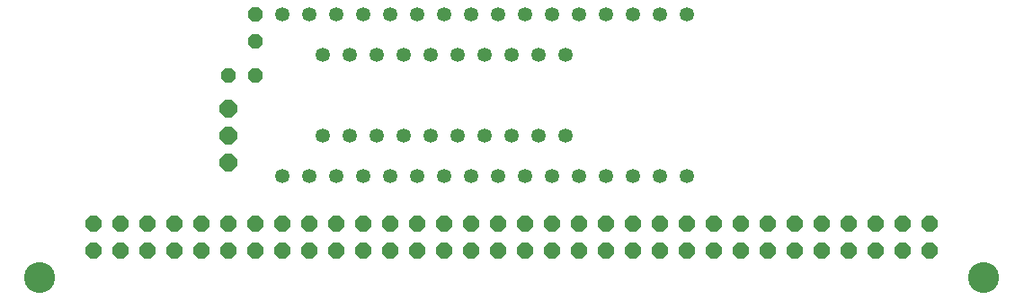
<source format=gts>
G75*
%MOIN*%
%OFA0B0*%
%FSLAX24Y24*%
%IPPOS*%
%LPD*%
%AMOC8*
5,1,8,0,0,1.08239X$1,22.5*
%
%ADD10OC8,0.0590*%
%ADD11C,0.1150*%
%ADD12C,0.0530*%
%ADD13OC8,0.0530*%
%ADD14OC8,0.0650*%
D10*
X004290Y005150D03*
X005290Y005150D03*
X006290Y005150D03*
X007290Y005150D03*
X008290Y005150D03*
X009290Y005150D03*
X010290Y005150D03*
X011290Y005150D03*
X012290Y005150D03*
X013290Y005150D03*
X014290Y005150D03*
X015290Y005150D03*
X016290Y005150D03*
X017290Y005150D03*
X018290Y005150D03*
X019290Y005150D03*
X020290Y005150D03*
X021290Y005150D03*
X022290Y005150D03*
X023290Y005150D03*
X024290Y005150D03*
X025290Y005150D03*
X026290Y005150D03*
X027290Y005150D03*
X028290Y005150D03*
X029290Y005150D03*
X030290Y005150D03*
X031290Y005150D03*
X032290Y005150D03*
X033290Y005150D03*
X034290Y005150D03*
X035290Y005150D03*
X035290Y006150D03*
X034290Y006150D03*
X033290Y006150D03*
X032290Y006150D03*
X031290Y006150D03*
X030290Y006150D03*
X029290Y006150D03*
X028290Y006150D03*
X027290Y006150D03*
X026290Y006150D03*
X025290Y006150D03*
X024290Y006150D03*
X023290Y006150D03*
X022290Y006150D03*
X021290Y006150D03*
X020290Y006150D03*
X019290Y006150D03*
X018290Y006150D03*
X017290Y006150D03*
X016290Y006150D03*
X015290Y006150D03*
X014290Y006150D03*
X013290Y006150D03*
X012290Y006150D03*
X011290Y006150D03*
X010290Y006150D03*
X009290Y006150D03*
X008290Y006150D03*
X007290Y006150D03*
X006290Y006150D03*
X005290Y006150D03*
X004290Y006150D03*
D11*
X002290Y004150D03*
X037290Y004150D03*
D12*
X026290Y007900D03*
X025290Y007900D03*
X024290Y007900D03*
X023290Y007900D03*
X022290Y007900D03*
X021290Y007900D03*
X020290Y007900D03*
X019290Y007900D03*
X018290Y007900D03*
X017290Y007900D03*
X016290Y007900D03*
X015290Y007900D03*
X014290Y007900D03*
X013290Y007900D03*
X012290Y007900D03*
X011290Y007900D03*
X012790Y009400D03*
X013790Y009400D03*
X014790Y009400D03*
X015790Y009400D03*
X016790Y009400D03*
X017790Y009400D03*
X018790Y009400D03*
X019790Y009400D03*
X020790Y009400D03*
X021790Y009400D03*
X021790Y012400D03*
X020790Y012400D03*
X019790Y012400D03*
X018790Y012400D03*
X017790Y012400D03*
X016790Y012400D03*
X015790Y012400D03*
X014790Y012400D03*
X013790Y012400D03*
X012790Y012400D03*
X012290Y013900D03*
X013290Y013900D03*
X014290Y013900D03*
X015290Y013900D03*
X016290Y013900D03*
X017290Y013900D03*
X018290Y013900D03*
X019290Y013900D03*
X020290Y013900D03*
X021290Y013900D03*
X022290Y013900D03*
X023290Y013900D03*
X024290Y013900D03*
X025290Y013900D03*
X026290Y013900D03*
X011290Y013900D03*
D13*
X010290Y013900D03*
X010290Y012900D03*
X010290Y011650D03*
X009290Y011650D03*
D14*
X009290Y010400D03*
X009290Y009400D03*
X009290Y008400D03*
M02*

</source>
